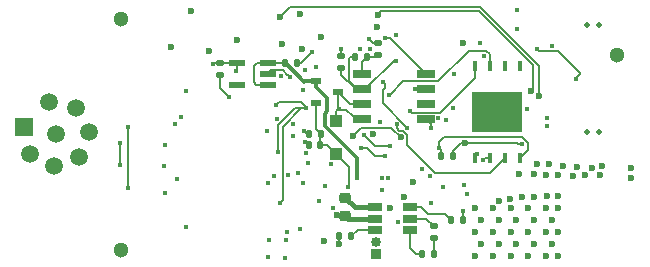
<source format=gbl>
%TF.GenerationSoftware,KiCad,Pcbnew,9.0.4*%
%TF.CreationDate,2026-02-10T01:37:08-05:00*%
%TF.ProjectId,WSG_2.0,5753475f-322e-4302-9e6b-696361645f70,rev?*%
%TF.SameCoordinates,Original*%
%TF.FileFunction,Copper,L4,Bot*%
%TF.FilePolarity,Positive*%
%FSLAX46Y46*%
G04 Gerber Fmt 4.6, Leading zero omitted, Abs format (unit mm)*
G04 Created by KiCad (PCBNEW 9.0.4) date 2026-02-10 01:37:08*
%MOMM*%
%LPD*%
G01*
G04 APERTURE LIST*
G04 Aperture macros list*
%AMRoundRect*
0 Rectangle with rounded corners*
0 $1 Rounding radius*
0 $2 $3 $4 $5 $6 $7 $8 $9 X,Y pos of 4 corners*
0 Add a 4 corners polygon primitive as box body*
4,1,4,$2,$3,$4,$5,$6,$7,$8,$9,$2,$3,0*
0 Add four circle primitives for the rounded corners*
1,1,$1+$1,$2,$3*
1,1,$1+$1,$4,$5*
1,1,$1+$1,$6,$7*
1,1,$1+$1,$8,$9*
0 Add four rect primitives between the rounded corners*
20,1,$1+$1,$2,$3,$4,$5,0*
20,1,$1+$1,$4,$5,$6,$7,0*
20,1,$1+$1,$6,$7,$8,$9,0*
20,1,$1+$1,$8,$9,$2,$3,0*%
G04 Aperture macros list end*
%TA.AperFunction,ComponentPad*%
%ADD10C,1.300000*%
%TD*%
%TA.AperFunction,ComponentPad*%
%ADD11R,0.850000X0.850000*%
%TD*%
%TA.AperFunction,ComponentPad*%
%ADD12C,0.850000*%
%TD*%
%TA.AperFunction,ComponentPad*%
%ADD13R,1.508000X1.508000*%
%TD*%
%TA.AperFunction,ComponentPad*%
%ADD14C,1.508000*%
%TD*%
%TA.AperFunction,SMDPad,CuDef*%
%ADD15RoundRect,0.135000X-0.135000X-0.185000X0.135000X-0.185000X0.135000X0.185000X-0.135000X0.185000X0*%
%TD*%
%TA.AperFunction,SMDPad,CuDef*%
%ADD16RoundRect,0.140000X-0.170000X0.140000X-0.170000X-0.140000X0.170000X-0.140000X0.170000X0.140000X0*%
%TD*%
%TA.AperFunction,SMDPad,CuDef*%
%ADD17RoundRect,0.225000X-0.250000X0.225000X-0.250000X-0.225000X0.250000X-0.225000X0.250000X0.225000X0*%
%TD*%
%TA.AperFunction,SMDPad,CuDef*%
%ADD18RoundRect,0.135000X0.185000X-0.135000X0.185000X0.135000X-0.185000X0.135000X-0.185000X-0.135000X0*%
%TD*%
%TA.AperFunction,SMDPad,CuDef*%
%ADD19RoundRect,0.147500X-0.147500X-0.172500X0.147500X-0.172500X0.147500X0.172500X-0.147500X0.172500X0*%
%TD*%
%TA.AperFunction,SMDPad,CuDef*%
%ADD20R,1.320800X0.508000*%
%TD*%
%TA.AperFunction,SMDPad,CuDef*%
%ADD21RoundRect,0.250000X-0.300000X0.300000X-0.300000X-0.300000X0.300000X-0.300000X0.300000X0.300000X0*%
%TD*%
%TA.AperFunction,SMDPad,CuDef*%
%ADD22R,1.200000X0.650001*%
%TD*%
%TA.AperFunction,SMDPad,CuDef*%
%ADD23RoundRect,0.135000X0.135000X0.185000X-0.135000X0.185000X-0.135000X-0.185000X0.135000X-0.185000X0*%
%TD*%
%TA.AperFunction,SMDPad,CuDef*%
%ADD24RoundRect,0.140000X-0.140000X-0.170000X0.140000X-0.170000X0.140000X0.170000X-0.140000X0.170000X0*%
%TD*%
%TA.AperFunction,SMDPad,CuDef*%
%ADD25R,1.500000X0.650000*%
%TD*%
%TA.AperFunction,SMDPad,CuDef*%
%ADD26R,0.450000X0.950000*%
%TD*%
%TA.AperFunction,SMDPad,CuDef*%
%ADD27R,4.350000X3.450000*%
%TD*%
%TA.AperFunction,SMDPad,CuDef*%
%ADD28R,0.965200X0.508000*%
%TD*%
%TA.AperFunction,SMDPad,CuDef*%
%ADD29RoundRect,0.140000X0.140000X0.170000X-0.140000X0.170000X-0.140000X-0.170000X0.140000X-0.170000X0*%
%TD*%
%TA.AperFunction,ViaPad*%
%ADD30C,0.450000*%
%TD*%
%TA.AperFunction,ViaPad*%
%ADD31C,0.600000*%
%TD*%
%TA.AperFunction,ViaPad*%
%ADD32C,0.500000*%
%TD*%
%TA.AperFunction,Conductor*%
%ADD33C,0.200000*%
%TD*%
%TA.AperFunction,Conductor*%
%ADD34C,0.160000*%
%TD*%
%TA.AperFunction,Conductor*%
%ADD35C,0.300000*%
%TD*%
%TA.AperFunction,Conductor*%
%ADD36C,0.400000*%
%TD*%
G04 APERTURE END LIST*
D10*
%TO.P,,1,Pin_2*%
%TO.N,N/C*%
X144000000Y-84000000D03*
%TD*%
%TO.P,,1,Pin_2*%
%TO.N,N/C*%
X102000000Y-81000000D03*
%TD*%
%TO.P,,1,Pin_2*%
%TO.N,N/C*%
X102000000Y-100500000D03*
%TD*%
D11*
%TO.P,J4,1,Pin_1*%
%TO.N,3.7V_BAT-*%
X123620000Y-100830000D03*
D12*
%TO.P,J4,2,Pin_2*%
%TO.N,3.7V_BAT+*%
X123620000Y-99830000D03*
%TD*%
D13*
%TO.P,J3,1,Pin_1*%
%TO.N,SG1+*%
X93838357Y-90128357D03*
D14*
%TO.P,J3,2,Pin_2*%
%TO.N,3V3_Ref*%
X95956494Y-88010220D03*
%TO.P,J3,3,Pin_3*%
%TO.N,SG2+*%
X98183227Y-88503880D03*
%TO.P,J3,4,Pin_4*%
%TO.N,3V3_Ref*%
X99271537Y-90508282D03*
%TO.P,J3,5,Pin_5*%
%TO.N,SG3+*%
X98472787Y-92644650D03*
%TO.P,J3,6,Pin_6*%
%TO.N,3V3_Ref*%
X96336419Y-93443400D03*
%TO.P,J3,7,Pin_7*%
%TO.N,GND*%
X94332007Y-92355100D03*
%TO.P,J3,8,Pin_8*%
%TO.N,3V3_Ref*%
X96528247Y-90700110D03*
%TD*%
D15*
%TO.P,R25,1*%
%TO.N,3V3*%
X121840000Y-84190000D03*
%TO.P,R25,2*%
%TO.N,Net-(IC8-ADJ)*%
X122860000Y-84190000D03*
%TD*%
D16*
%TO.P,C30,1*%
%TO.N,GND*%
X120650000Y-84130000D03*
%TO.P,C30,2*%
%TO.N,3V3*%
X120650000Y-85090000D03*
%TD*%
D17*
%TO.P,C2,1*%
%TO.N,5v_USB_EXT*%
X121000000Y-96085001D03*
%TO.P,C2,2*%
%TO.N,GND*%
X121000000Y-97635001D03*
%TD*%
D18*
%TO.P,R4,1*%
%TO.N,Net-(D1-A)*%
X128500000Y-99510000D03*
%TO.P,R4,2*%
%TO.N,3.7V_BAT+*%
X128500000Y-98490000D03*
%TD*%
D19*
%TO.P,D1,1,K*%
%TO.N,Net-(D1-K)*%
X127515000Y-100860001D03*
%TO.P,D1,2,A*%
%TO.N,Net-(D1-A)*%
X128485000Y-100860001D03*
%TD*%
D20*
%TO.P,IC3,1,VIN*%
%TO.N,5.5V_BOOST*%
X114425400Y-84669999D03*
%TO.P,IC3,2,GND*%
%TO.N,GND*%
X114425400Y-85620000D03*
%TO.P,IC3,3,EN*%
%TO.N,5.5V_BOOST*%
X114425400Y-86570001D03*
%TO.P,IC3,4,NC*%
%TO.N,unconnected-(IC3-NC-Pad4)*%
X111834600Y-86570001D03*
%TO.P,IC3,5,VOUT*%
%TO.N,3V3_Ref*%
X111834600Y-84669999D03*
%TD*%
D16*
%TO.P,C28,1*%
%TO.N,3V3_Ref*%
X110400000Y-84710000D03*
%TO.P,C28,2*%
%TO.N,GND*%
X110400000Y-85670000D03*
%TD*%
D21*
%TO.P,D2,1,K*%
%TO.N,VIN*%
X120250000Y-89580000D03*
%TO.P,D2,2,A*%
%TO.N,5v_USB_EXT*%
X120250000Y-92380000D03*
%TD*%
D22*
%TO.P,U1,1,TS*%
%TO.N,Net-(U1-TS)*%
X126475001Y-96910000D03*
%TO.P,U1,2,OUT*%
%TO.N,3.7V_BAT+*%
X126475001Y-97860001D03*
%TO.P,U1,3,CHG_N*%
%TO.N,Net-(D1-K)*%
X126475001Y-98809999D03*
%TO.P,U1,4,ISET*%
%TO.N,Net-(U1-ISET)*%
X123525002Y-98809999D03*
%TO.P,U1,5,VSS*%
%TO.N,GND*%
X123525002Y-97860001D03*
%TO.P,U1,6,IN*%
%TO.N,5v_USB_EXT*%
X123525002Y-96910000D03*
%TD*%
D23*
%TO.P,R3,1*%
%TO.N,Net-(U1-ISET)*%
X121510000Y-99360001D03*
%TO.P,R3,2*%
%TO.N,GND*%
X120490000Y-99360001D03*
%TD*%
D24*
%TO.P,C29,1*%
%TO.N,5.5V_BOOST*%
X115940000Y-84710000D03*
%TO.P,C29,2*%
%TO.N,GND*%
X116900000Y-84710000D03*
%TD*%
D18*
%TO.P,R45,1*%
%TO.N,Net-(IC8-ADJ)*%
X123760000Y-83990000D03*
%TO.P,R45,2*%
%TO.N,GND*%
X123760000Y-82970000D03*
%TD*%
D25*
%TO.P,IC8,1,EN*%
%TO.N,VIN*%
X122442800Y-89464999D03*
%TO.P,IC8,2,VIN*%
X122442800Y-88194999D03*
%TO.P,IC8,3,VOUT*%
%TO.N,3V3*%
X122442800Y-86924999D03*
%TO.P,IC8,4,ADJ*%
%TO.N,Net-(IC8-ADJ)*%
X122442800Y-85654999D03*
%TO.P,IC8,5,GND_1*%
%TO.N,GND*%
X127842800Y-85654999D03*
%TO.P,IC8,6,GND_2*%
X127842800Y-86924999D03*
%TO.P,IC8,7,GND_3*%
X127842800Y-88194999D03*
%TO.P,IC8,8,GND_4*%
X127842800Y-89464999D03*
%TD*%
D15*
%TO.P,R7,1*%
%TO.N,Net-(U1-TS)*%
X129990000Y-98000000D03*
%TO.P,R7,2*%
%TO.N,GND*%
X131010000Y-98000000D03*
%TD*%
D23*
%TO.P,R6,1*%
%TO.N,3V3*%
X130120000Y-92580000D03*
%TO.P,R6,2*%
%TO.N,CS_FLASH*%
X129100000Y-92580000D03*
%TD*%
D26*
%TO.P,IC1,1,~{CS}*%
%TO.N,CS_FLASH*%
X135792800Y-92729999D03*
%TO.P,IC1,2,DO_(IO1_)*%
%TO.N,MISO_ADC*%
X134522800Y-92729999D03*
%TO.P,IC1,3,~{WP_(IO2_)}*%
%TO.N,3V3*%
X133252800Y-92729999D03*
%TO.P,IC1,4,GND*%
%TO.N,GND*%
X131982800Y-92729999D03*
%TO.P,IC1,5,DI_(IO0_)*%
%TO.N,MOSI_ADC*%
X131982800Y-84929999D03*
%TO.P,IC1,6,CLK*%
%TO.N,SCLK_ADC*%
X133252800Y-84929999D03*
%TO.P,IC1,7,~{HOLD_(IO3_)}*%
%TO.N,3V3*%
X134522800Y-84929999D03*
%TO.P,IC1,8,VCC*%
X135792800Y-84929999D03*
D27*
%TO.P,IC1,9,EP*%
%TO.N,GND*%
X133887800Y-88829999D03*
%TD*%
D28*
%TO.P,MOSFET1,1,G*%
%TO.N,5v_USB_EXT*%
X118535600Y-88074999D03*
%TO.P,MOSFET1,2,S*%
%TO.N,5.5V_BOOST*%
X118535600Y-86245001D03*
%TO.P,MOSFET1,3,D*%
%TO.N,VIN*%
X120364400Y-87160000D03*
%TD*%
D29*
%TO.P,C13,1*%
%TO.N,5v_USB_EXT*%
X118910000Y-90690000D03*
%TO.P,C13,2*%
%TO.N,GND*%
X117950000Y-90690000D03*
%TD*%
%TO.P,C14,1*%
%TO.N,5v_USB_EXT*%
X118900000Y-91610000D03*
%TO.P,C14,2*%
%TO.N,GND*%
X117940000Y-91610000D03*
%TD*%
D30*
%TO.N,3V3_Ref*%
X114950000Y-94250000D03*
X101900000Y-93290000D03*
X119300000Y-95100000D03*
X101920000Y-91490000D03*
X102600000Y-90070000D03*
X114340000Y-90470000D03*
X114450000Y-94880000D03*
X109770000Y-84770000D03*
X106750000Y-94554999D03*
X102600000Y-95300000D03*
X123939800Y-89710000D03*
X111730000Y-85350000D03*
X117849294Y-93163129D03*
X118490000Y-85070000D03*
X106612800Y-89870000D03*
X115550000Y-85770000D03*
%TO.N,5.5V_BOOST*%
X121970800Y-94386400D03*
D31*
%TO.N,3V3*%
X131140329Y-91497000D03*
D30*
X136414802Y-88600000D03*
X135941698Y-91552640D03*
X132752800Y-84079999D03*
X132705171Y-92867629D03*
D31*
X117190000Y-80550000D03*
D30*
X131290000Y-95790000D03*
X135792800Y-84929999D03*
X127500000Y-93690000D03*
X125320000Y-84480000D03*
X130190000Y-85620000D03*
X134522800Y-84929999D03*
D31*
X107950000Y-80260000D03*
X123690000Y-81660000D03*
D30*
%TO.N,CS_FLASH*%
X128970000Y-91930000D03*
%TO.N,DAC_BIAS_REF*%
X117650000Y-88509999D03*
X115290000Y-92250000D03*
X115442800Y-96519999D03*
X115165565Y-88205339D03*
D31*
%TO.N,EN*%
X123750000Y-80600000D03*
X136770000Y-87060000D03*
%TO.N,GPIO0*%
X137390000Y-87520000D03*
X115440000Y-80790000D03*
%TO.N,5v_USB_EXT*%
X123525002Y-96910000D03*
D30*
X121270113Y-95214006D03*
X138125200Y-89331800D03*
%TO.N,Net-(J1-CC1)*%
X137254529Y-83515471D03*
X140575000Y-86075000D03*
%TO.N,3.7V_BAT+*%
X126475001Y-97860001D03*
D31*
%TO.N,LDAC_DAC*%
X125691496Y-90958504D03*
X121641496Y-90898504D03*
D30*
%TO.N,SCLK_ADC*%
X124707633Y-87369999D03*
%TO.N,MISO_ADC*%
X125342800Y-89892800D03*
%TO.N,MOSI_ADC*%
X126482800Y-88719999D03*
%TO.N,CS_ADC*%
X124370000Y-92590000D03*
X122340000Y-91870000D03*
%TO.N,CS_DAC*%
X124800000Y-91690000D03*
X122630000Y-90760000D03*
D31*
%TO.N,GND*%
X138500000Y-98000000D03*
X133500000Y-97000000D03*
X132500000Y-98000000D03*
X134980000Y-96220000D03*
D30*
X118772800Y-96409999D03*
D31*
X137220000Y-93210000D03*
D32*
X141500000Y-81500000D03*
D31*
X141910000Y-93550000D03*
D30*
X128262800Y-90215001D03*
X129275002Y-95165001D03*
X117650000Y-92321999D03*
D31*
X133500000Y-99000000D03*
X134000000Y-98000000D03*
X139000000Y-94200000D03*
D30*
X135560000Y-81800000D03*
D32*
X142500000Y-81500000D03*
D30*
X116560000Y-90870000D03*
D32*
X141500000Y-90500000D03*
D30*
X128245001Y-96534999D03*
D31*
X137000000Y-96000000D03*
D30*
X124662800Y-94429999D03*
X122228029Y-83479903D03*
X117016014Y-94030000D03*
X115898400Y-101198400D03*
D31*
X138500000Y-100000000D03*
X139000000Y-97000000D03*
D30*
X120000000Y-97000000D03*
D31*
X136500000Y-97000000D03*
X130960000Y-82990000D03*
D30*
X105730000Y-95660291D03*
X114577600Y-99699800D03*
D31*
X119230000Y-99780000D03*
D30*
X132162528Y-92402528D03*
D31*
X140260000Y-94220000D03*
D32*
X142500000Y-90500000D03*
D30*
X126920000Y-86910000D03*
D31*
X135000000Y-97000000D03*
X138125200Y-95986600D03*
X138000000Y-94200000D03*
D30*
X132410000Y-83040000D03*
D31*
X109510000Y-83690000D03*
D30*
X124080000Y-94420000D03*
X117603929Y-91346957D03*
D31*
X138000000Y-97000000D03*
D30*
X123110000Y-83470000D03*
X125330000Y-82320000D03*
X128869364Y-89332000D03*
D31*
X132000000Y-99000000D03*
X139014200Y-95910400D03*
X133500000Y-101000000D03*
X120330000Y-97600000D03*
X139000000Y-101000000D03*
D30*
X135550000Y-80240000D03*
D31*
X141320000Y-94140000D03*
D30*
X123050000Y-82640000D03*
D31*
X106260000Y-83370000D03*
X115630000Y-83100000D03*
X137000000Y-100000000D03*
D30*
X118170000Y-83768000D03*
D31*
X134000000Y-100000000D03*
D30*
X105630000Y-93440000D03*
X131000000Y-97230000D03*
X130094882Y-88510882D03*
X135609999Y-88660002D03*
X117610000Y-85320000D03*
X114501400Y-101122200D03*
D31*
X139475711Y-93440500D03*
D30*
X120670000Y-83490000D03*
D31*
X133990000Y-96350000D03*
X120510000Y-100050000D03*
X138000000Y-99000000D03*
X135500000Y-100000000D03*
D30*
X107530000Y-98610000D03*
X131050000Y-94990000D03*
X107490000Y-87080000D03*
D31*
X135690000Y-94130000D03*
D30*
X127842800Y-88194999D03*
D31*
X138000000Y-101000000D03*
X145237200Y-94386400D03*
X138220000Y-93210000D03*
D30*
X117520000Y-90430000D03*
X116600000Y-89860000D03*
D31*
X123391432Y-90671432D03*
D30*
X111170000Y-87590000D03*
D31*
X125939904Y-96060096D03*
X139000000Y-99000000D03*
D30*
X116025400Y-99699800D03*
X125450000Y-98170000D03*
D31*
X111860000Y-82730000D03*
D30*
X129522800Y-89509999D03*
D31*
X132500000Y-100000000D03*
X136500000Y-101000000D03*
D30*
X138099800Y-89992200D03*
D31*
X136500000Y-99000000D03*
X142600000Y-94200000D03*
D30*
X105770000Y-91610000D03*
X116360000Y-85870000D03*
D31*
X142748000Y-93446600D03*
X132000000Y-97000000D03*
D30*
X138540000Y-83258000D03*
X124410000Y-82590000D03*
X117420000Y-94870000D03*
X124140000Y-95460000D03*
X128210000Y-94270000D03*
X119810000Y-93280000D03*
X117468000Y-87013882D03*
D31*
X137000000Y-98000000D03*
X135966200Y-96012000D03*
X135000000Y-101000000D03*
X124815600Y-96926400D03*
D30*
X116144361Y-94213084D03*
D31*
X118960000Y-82470000D03*
X137000000Y-94130000D03*
D30*
X117170200Y-98780600D03*
D31*
X145200000Y-93600000D03*
D30*
X107060000Y-89280000D03*
D31*
X135000000Y-99000000D03*
D30*
X115239453Y-89409392D03*
D31*
X132000000Y-101000000D03*
X117320000Y-83490000D03*
X140589000Y-93522800D03*
X126780000Y-94760000D03*
X135500000Y-98000000D03*
D30*
X116032800Y-98958400D03*
%TO.N,GPIO46*%
X124232215Y-86331282D03*
X126270000Y-90190000D03*
%TO.N,VIN*%
X120475000Y-88555000D03*
%TD*%
D33*
%TO.N,3V3_Ref*%
X109830000Y-84710000D02*
X109770000Y-84770000D01*
D34*
X102600000Y-90070000D02*
X102600000Y-95300000D01*
D33*
X111834600Y-85245400D02*
X111730000Y-85350000D01*
X111834600Y-84669999D02*
X110440001Y-84669999D01*
X110440001Y-84669999D02*
X110400000Y-84710000D01*
D34*
X101900000Y-93290000D02*
X101920000Y-93270000D01*
D33*
X111834600Y-84669999D02*
X111834600Y-85245400D01*
D34*
X101920000Y-93270000D02*
X101920000Y-91490000D01*
D33*
X110400000Y-84710000D02*
X109830000Y-84710000D01*
D35*
%TO.N,5.5V_BOOST*%
X115940000Y-84710000D02*
X115990639Y-84710000D01*
X119248472Y-89990000D02*
X119248472Y-88971528D01*
X121970800Y-94386400D02*
X121970800Y-92712328D01*
D33*
X114425400Y-86570001D02*
X113470001Y-86570001D01*
X113240000Y-84940000D02*
X113510001Y-84669999D01*
X117555638Y-86245001D02*
X117540639Y-86260000D01*
D35*
X119248472Y-88971528D02*
X119450000Y-88770000D01*
D33*
X113510001Y-84669999D02*
X114425400Y-84669999D01*
D35*
X119450000Y-87650000D02*
X118535600Y-86735600D01*
D33*
X114619999Y-86570001D02*
X114650000Y-86540000D01*
X113240000Y-86340000D02*
X113240000Y-84940000D01*
D35*
X121970800Y-92712328D02*
X119248472Y-89990000D01*
X118535600Y-86245001D02*
X117555638Y-86245001D01*
X118535600Y-86735600D02*
X118535600Y-86245001D01*
X119450000Y-88770000D02*
X119450000Y-87650000D01*
X115990639Y-84710000D02*
X117540639Y-86260000D01*
D33*
X114465401Y-84710000D02*
X114425400Y-84669999D01*
X113470001Y-86570001D02*
X113240000Y-86340000D01*
X114425400Y-86570001D02*
X114619999Y-86570001D01*
X115940000Y-84710000D02*
X114465401Y-84710000D01*
%TO.N,3V3*%
X121462799Y-84190000D02*
X121432800Y-84219999D01*
D34*
X133252800Y-92729999D02*
X132842801Y-92729999D01*
X130790265Y-91497000D02*
X130120000Y-92167265D01*
D33*
X121840000Y-84190000D02*
X121462799Y-84190000D01*
D34*
X121330000Y-84322799D02*
X121330000Y-86237199D01*
X125320000Y-84480000D02*
X125300000Y-84500000D01*
X122017800Y-86924999D02*
X121874999Y-86924999D01*
X135941698Y-91552640D02*
X135642640Y-91552640D01*
X130120000Y-92167265D02*
X130120000Y-92580000D01*
X122442800Y-86924999D02*
X122017800Y-86924999D01*
X121874999Y-86924999D02*
X120650000Y-85700000D01*
X135642640Y-91552640D02*
X135587000Y-91497000D01*
X121432800Y-84219999D02*
X121330000Y-84322799D01*
X125110000Y-84500000D02*
X122685001Y-86924999D01*
X121330000Y-86237199D02*
X122017800Y-86924999D01*
X125300000Y-84500000D02*
X125110000Y-84500000D01*
X122685001Y-86924999D02*
X122442800Y-86924999D01*
X132842801Y-92729999D02*
X132705171Y-92867629D01*
X131140329Y-91497000D02*
X130790265Y-91497000D01*
X135587000Y-91497000D02*
X131140329Y-91497000D01*
X120650000Y-85700000D02*
X120650000Y-85090000D01*
%TO.N,CS_FLASH*%
X128920000Y-91420000D02*
X129350000Y-90990000D01*
X136500000Y-91500000D02*
X136500000Y-92022799D01*
X128970000Y-91930000D02*
X128920000Y-91880000D01*
X136500000Y-92022799D02*
X135792800Y-92729999D01*
X129100000Y-92060000D02*
X129100000Y-92580000D01*
X128970000Y-91930000D02*
X129100000Y-92060000D01*
X128920000Y-91880000D02*
X128920000Y-91420000D01*
X135990000Y-90990000D02*
X136500000Y-91500000D01*
X129350000Y-90990000D02*
X135990000Y-90990000D01*
%TO.N,DAC_BIAS_REF*%
X116760001Y-88509999D02*
X115302800Y-89967200D01*
X115390904Y-87979999D02*
X115165565Y-88205339D01*
X117650000Y-88407199D02*
X117222800Y-87979999D01*
X115290000Y-92021525D02*
X115290000Y-92250000D01*
X117222800Y-87979999D02*
X115390904Y-87979999D01*
X115302800Y-89967200D02*
X115302800Y-92008725D01*
X117650000Y-88509999D02*
X117650000Y-88407199D01*
X115710000Y-96252799D02*
X115442800Y-96519999D01*
X115710000Y-90090000D02*
X115710000Y-96252799D01*
X117650000Y-88509999D02*
X116760001Y-88509999D01*
X117290001Y-88509999D02*
X115710000Y-90090000D01*
X117650000Y-88509999D02*
X117290001Y-88509999D01*
X115302800Y-92008725D02*
X115290000Y-92021525D01*
%TO.N,Net-(IC8-ADJ)*%
X122860000Y-84190000D02*
X122442800Y-84607200D01*
X123760000Y-83990000D02*
X123702799Y-83990000D01*
X122442800Y-84607200D02*
X122442800Y-85654999D01*
X123702799Y-83990000D02*
X123502799Y-84190000D01*
X123502799Y-84190000D02*
X122860000Y-84190000D01*
%TO.N,EN*%
X132343001Y-80330000D02*
X136890000Y-84876999D01*
X124020000Y-80330000D02*
X132343001Y-80330000D01*
X136890000Y-86940000D02*
X136770000Y-87060000D01*
X136890000Y-84876999D02*
X136890000Y-86940000D01*
X123750000Y-80600000D02*
X124020000Y-80330000D01*
%TO.N,GPIO0*%
X137430000Y-84910000D02*
X132450000Y-79930000D01*
X132450000Y-79930000D02*
X116300000Y-79930000D01*
X137430000Y-87480000D02*
X137430000Y-84910000D01*
X137390000Y-87520000D02*
X137430000Y-87480000D01*
X116300000Y-79930000D02*
X115440000Y-80790000D01*
D33*
%TO.N,5v_USB_EXT*%
X118535600Y-88074999D02*
X118535600Y-90315600D01*
D36*
X121824999Y-96910000D02*
X121000000Y-96085001D01*
X123525002Y-96910000D02*
X121824999Y-96910000D01*
D33*
X119480000Y-91610000D02*
X120250000Y-92380000D01*
X121351288Y-93481288D02*
X121351288Y-95132831D01*
X118900000Y-91610000D02*
X118900000Y-90700000D01*
X121351288Y-95132831D02*
X121270113Y-95214006D01*
X118900000Y-91610000D02*
X119480000Y-91610000D01*
X119868050Y-91998050D02*
X121351288Y-93481288D01*
X118535600Y-90315600D02*
X118910000Y-90690000D01*
X118900000Y-90700000D02*
X118910000Y-90690000D01*
D34*
%TO.N,Net-(J1-CC1)*%
X140917262Y-85582738D02*
X140917262Y-85562523D01*
X140917262Y-85562523D02*
X139044739Y-83690000D01*
X139044739Y-83690000D02*
X137429058Y-83690000D01*
X140575000Y-86075000D02*
X140575000Y-85925000D01*
X140575000Y-85925000D02*
X140917262Y-85582738D01*
X137429058Y-83690000D02*
X137254529Y-83515471D01*
D33*
%TO.N,3.7V_BAT+*%
X128500000Y-98490000D02*
X127870001Y-97860001D01*
X127870001Y-97860001D02*
X126475001Y-97860001D01*
D34*
%TO.N,LDAC_DAC*%
X121641496Y-90898504D02*
X122376568Y-90163432D01*
X124896424Y-90163432D02*
X125691496Y-90958504D01*
X122376568Y-90163432D02*
X124896424Y-90163432D01*
%TO.N,SCLK_ADC*%
X132935469Y-83638999D02*
X131465800Y-83638999D01*
X124762800Y-87369999D02*
X124707633Y-87369999D01*
X125886800Y-86245999D02*
X124762800Y-87369999D01*
X128858800Y-86245999D02*
X125886800Y-86245999D01*
X131465800Y-83638999D02*
X128858800Y-86245999D01*
X133252800Y-84929999D02*
X133252800Y-83956330D01*
X133252800Y-83956330D02*
X132935469Y-83638999D01*
%TO.N,MISO_ADC*%
X125342800Y-89892800D02*
X125342800Y-90202514D01*
X128600000Y-94000000D02*
X133252799Y-94000000D01*
X133252799Y-94000000D02*
X134522800Y-92729999D01*
X126199496Y-91599496D02*
X128600000Y-94000000D01*
X125901917Y-90450504D02*
X126199496Y-90748083D01*
X125590790Y-90450504D02*
X125901917Y-90450504D01*
X125342800Y-90202514D02*
X125590790Y-90450504D01*
X126199496Y-90748083D02*
X126199496Y-91599496D01*
%TO.N,MOSI_ADC*%
X131982800Y-84929999D02*
X131982800Y-85929999D01*
X131982800Y-85929999D02*
X129012799Y-88900000D01*
X129012799Y-88900000D02*
X126662801Y-88900000D01*
X126662801Y-88900000D02*
X126482800Y-88719999D01*
%TO.N,CS_ADC*%
X123510000Y-92540000D02*
X122840000Y-91870000D01*
X122840000Y-91870000D02*
X122340000Y-91870000D01*
X124370000Y-92590000D02*
X124320000Y-92540000D01*
X124320000Y-92540000D02*
X123510000Y-92540000D01*
%TO.N,CS_DAC*%
X123560000Y-91690000D02*
X122630000Y-90760000D01*
X124800000Y-91690000D02*
X123560000Y-91690000D01*
D33*
%TO.N,GND*%
X117866972Y-91610000D02*
X117603929Y-91346957D01*
X110400000Y-86820000D02*
X111170000Y-87590000D01*
X123380000Y-82970000D02*
X123050000Y-82640000D01*
D36*
X120330000Y-97600000D02*
X120964999Y-97600000D01*
X121225000Y-97860001D02*
X123525002Y-97860001D01*
D33*
X117950000Y-90690000D02*
X117780000Y-90690000D01*
X110400000Y-85670000D02*
X110400000Y-86820000D01*
D34*
X120490000Y-99360001D02*
X120490000Y-100030000D01*
X131982800Y-92729999D02*
X131982800Y-92582256D01*
D33*
X117780000Y-90690000D02*
X117520000Y-90430000D01*
X116160000Y-85670000D02*
X116110000Y-85670000D01*
X114728400Y-85317000D02*
X114425400Y-85620000D01*
D34*
X120490000Y-100030000D02*
X120510000Y-100050000D01*
D33*
X120650000Y-83510000D02*
X120670000Y-83490000D01*
D34*
X128262800Y-90215001D02*
X128262800Y-89884999D01*
X126934999Y-86924999D02*
X126920000Y-86910000D01*
D33*
X116360000Y-85870000D02*
X116160000Y-85670000D01*
D34*
X124777801Y-82590000D02*
X127842800Y-85654999D01*
D33*
X116110000Y-85670000D02*
X115757000Y-85317000D01*
D34*
X127842800Y-86924999D02*
X126934999Y-86924999D01*
X131982800Y-92582256D02*
X132162528Y-92402528D01*
D33*
X120650000Y-84130000D02*
X120650000Y-83510000D01*
D36*
X120964999Y-97600000D02*
X121225000Y-97860001D01*
X120964999Y-97600000D02*
X121112500Y-97747501D01*
D33*
X115757000Y-85317000D02*
X114728400Y-85317000D01*
X123760000Y-82970000D02*
X123380000Y-82970000D01*
X131010000Y-98000000D02*
X131010000Y-97240000D01*
X117940000Y-91610000D02*
X117866972Y-91610000D01*
X117228000Y-84710000D02*
X118170000Y-83768000D01*
D34*
X128262800Y-89884999D02*
X127842800Y-89464999D01*
D33*
X116900000Y-84710000D02*
X117228000Y-84710000D01*
D34*
X124410000Y-82590000D02*
X124777801Y-82590000D01*
D33*
X131010000Y-97240000D02*
X131000000Y-97230000D01*
D34*
%TO.N,GPIO46*%
X124232215Y-86331282D02*
X124400000Y-86499067D01*
X124400000Y-86800000D02*
X124200000Y-87000000D01*
X124200000Y-87000000D02*
X124200000Y-88120000D01*
X124400000Y-86499067D02*
X124400000Y-86800000D01*
X124200000Y-88120000D02*
X126270000Y-90190000D01*
D33*
%TO.N,Net-(D1-K)*%
X127000000Y-100860001D02*
X126475001Y-100335002D01*
X126475001Y-100335002D02*
X126475001Y-98809999D01*
X127515000Y-100860001D02*
X127000000Y-100860001D01*
%TO.N,Net-(D1-A)*%
X128500000Y-100845001D02*
X128485000Y-100860001D01*
X128500000Y-99510000D02*
X128500000Y-100845001D01*
%TO.N,Net-(U1-ISET)*%
X123525002Y-98809999D02*
X122060002Y-98809999D01*
X122060002Y-98809999D02*
X121510000Y-99360001D01*
%TO.N,Net-(U1-TS)*%
X127410000Y-96910000D02*
X128000000Y-97500000D01*
X129490000Y-97500000D02*
X129990000Y-98000000D01*
X128000000Y-97500000D02*
X129490000Y-97500000D01*
X126475001Y-96910000D02*
X127410000Y-96910000D01*
%TO.N,VIN*%
X120550000Y-88630000D02*
X121090000Y-88630000D01*
X121670000Y-89210000D02*
X122187801Y-89210000D01*
X120364400Y-87160000D02*
X121399399Y-88194999D01*
X122187801Y-89210000D02*
X122442800Y-89464999D01*
X120475000Y-88555000D02*
X120550000Y-88630000D01*
D34*
X122442800Y-89464999D02*
X122442800Y-89369999D01*
D33*
X120250000Y-88780000D02*
X120475000Y-88555000D01*
X120570000Y-87310599D02*
X120514999Y-87310599D01*
X121399399Y-88194999D02*
X122442800Y-88194999D01*
X120250000Y-89580000D02*
X120250000Y-88780000D01*
X120514999Y-87310599D02*
X120364400Y-87160000D01*
D34*
X122442800Y-89464999D02*
X121959399Y-89464999D01*
D33*
X120475000Y-88555000D02*
X120364400Y-88444400D01*
X120364400Y-88444400D02*
X120364400Y-87160000D01*
X121090000Y-88630000D02*
X121670000Y-89210000D01*
%TD*%
M02*

</source>
